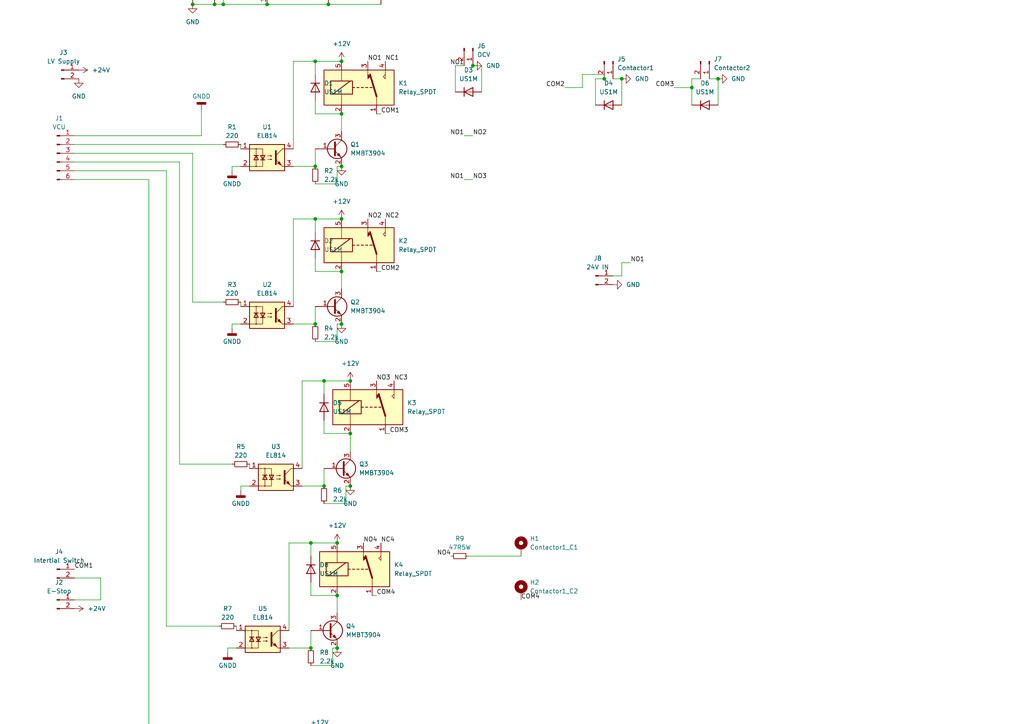
<source format=kicad_sch>
(kicad_sch (version 20230121) (generator eeschema)
  (paper "A4")
  (lib_symbols
    (symbol "Connector:Conn_01x02_Pin" (pin_names (offset 1.016) hide)
      (property "Reference" "J" (at 0 2.54 0))
      (property "Value" "Conn_01x02_Pin" (at 0 -5.08 0))
      (symbol "Conn_01x02_Pin_1_1"
        (polyline (pts (xy 1.27 -2.54) (xy 0.8636 -2.54)) (stroke (width 0.1524)))
        (polyline (pts (xy 1.27 0) (xy 0.8636 0)) (stroke (width 0.1524)))
        (rectangle (start 0.8636 -2.413) (end 0 -2.667) (stroke (width 0.1524)) (fill (type outline)))
        (rectangle (start 0.8636 0.127) (end 0 -0.127) (stroke (width 0.1524)) (fill (type outline)))
        (pin passive line (at 5.08 0 180) (length 3.81) (name "Pin_1") (number "1"))
        (pin passive line (at 5.08 -2.54 180) (length 3.81) (name "Pin_2") (number "2"))
      )
    )
    (symbol "Connector:Conn_01x06_Pin" (pin_names (offset 1.016) hide)
      (property "Reference" "J" (at 0 7.62 0))
      (property "Value" "Conn_01x06_Pin" (at 0 -10.16 0))
      (symbol "Conn_01x06_Pin_1_1"
        (polyline (pts (xy 1.27 -7.62) (xy 0.8636 -7.62)) (stroke (width 0.1524)))
        (polyline (pts (xy 1.27 -5.08) (xy 0.8636 -5.08)) (stroke (width 0.1524)))
        (polyline (pts (xy 1.27 -2.54) (xy 0.8636 -2.54)) (stroke (width 0.1524)))
        (polyline (pts (xy 1.27 0) (xy 0.8636 0)) (stroke (width 0.1524)))
        (polyline (pts (xy 1.27 2.54) (xy 0.8636 2.54)) (stroke (width 0.1524)))
        (polyline (pts (xy 1.27 5.08) (xy 0.8636 5.08)) (stroke (width 0.1524)))
        (rectangle (start 0.8636 -7.493) (end 0 -7.747) (stroke (width 0.1524)) (fill (type outline)))
        (rectangle (start 0.8636 -4.953) (end 0 -5.207) (stroke (width 0.1524)) (fill (type outline)))
        (rectangle (start 0.8636 -2.413) (end 0 -2.667) (stroke (width 0.1524)) (fill (type outline)))
        (rectangle (start 0.8636 0.127) (end 0 -0.127) (stroke (width 0.1524)) (fill (type outline)))
        (rectangle (start 0.8636 2.667) (end 0 2.413) (stroke (width 0.1524)) (fill (type outline)))
        (rectangle (start 0.8636 5.207) (end 0 4.953) (stroke (width 0.1524)) (fill (type outline)))
        (pin passive line (at 5.08 5.08 180) (length 3.81) (name "Pin_1") (number "1"))
        (pin passive line (at 5.08 2.54 180) (length 3.81) (name "Pin_2") (number "2"))
        (pin passive line (at 5.08 0 180) (length 3.81) (name "Pin_3") (number "3"))
        (pin passive line (at 5.08 -2.54 180) (length 3.81) (name "Pin_4") (number "4"))
        (pin passive line (at 5.08 -5.08 180) (length 3.81) (name "Pin_5") (number "5"))
        (pin passive line (at 5.08 -7.62 180) (length 3.81) (name "Pin_6") (number "6"))
      )
    )
    (symbol "Device:C" (pin_numbers hide) (pin_names (offset 0.254))
      (property "Reference" "C" (at 0.635 2.54 0))
      (property "Value" "C" (at 0.635 -2.54 0))
      (symbol "C_0_1"
        (polyline (pts (xy -2.032 -0.762) (xy 2.032 -0.762)) (stroke (width 0.508)))
        (polyline (pts (xy -2.032 0.762) (xy 2.032 0.762)) (stroke (width 0.508)))
      )
      (symbol "C_1_1"
        (pin passive line (at 0 3.81 270) (length 2.794) (name "~") (number "1"))
        (pin passive line (at 0 -3.81 90) (length 2.794) (name "~") (number "2"))
      )
    )
    (symbol "Device:C_Polarized" (pin_numbers hide) (pin_names (offset 0.254))
      (property "Reference" "C" (at 0.635 2.54 0))
      (property "Value" "C_Polarized" (at 0.635 -2.54 0))
      (symbol "C_Polarized_0_1"
        (rectangle (start -2.286 0.508) (end 2.286 1.016))
        (polyline (pts (xy -1.778 2.286) (xy -0.762 2.286)))
        (polyline (pts (xy -1.27 2.794) (xy -1.27 1.778)))
        (rectangle (start 2.286 -0.508) (end -2.286 -1.016) (fill (type outline)))
      )
      (symbol "C_Polarized_1_1"
        (pin passive line (at 0 3.81 270) (length 2.794) (name "~") (number "1"))
        (pin passive line (at 0 -3.81 90) (length 2.794) (name "~") (number "2"))
      )
    )
    (symbol "Device:D" (pin_numbers hide) (pin_names (offset 1.016) hide)
      (property "Reference" "D" (at 0 2.54 0))
      (property "Value" "D" (at 0 -2.54 0))
      (symbol "D_0_1"
        (polyline (pts (xy -1.27 1.27) (xy -1.27 -1.27)) (stroke (width 0.254)))
        (polyline (pts (xy 1.27 0) (xy -1.27 0)))
        (polyline (pts (xy 1.27 1.27) (xy 1.27 -1.27) (xy -1.27 0) (xy 1.27 1.27)) (stroke (width 0.254)))
      )
      (symbol "D_1_1"
        (pin passive line (at -3.81 0 0) (length 2.54) (name "K") (number "1"))
        (pin passive line (at 3.81 0 180) (length 2.54) (name "A") (number "2"))
      )
    )
    (symbol "Device:L" (pin_numbers hide) (pin_names (offset 1.016) hide)
      (property "Reference" "L" (at -1.27 0 90))
      (property "Value" "L" (at 1.905 0 90))
      (symbol "L_0_1"
        (arc (start 0 -2.54) (mid 0.6323 -1.905) (end 0 -1.27))
        (arc (start 0 -1.27) (mid 0.6323 -0.635) (end 0 0))
        (arc (start 0 0) (mid 0.6323 0.635) (end 0 1.27))
        (arc (start 0 1.27) (mid 0.6323 1.905) (end 0 2.54))
      )
      (symbol "L_1_1"
        (pin passive line (at 0 3.81 270) (length 1.27) (name "1") (number "1"))
        (pin passive line (at 0 -3.81 90) (length 1.27) (name "2") (number "2"))
      )
    )
    (symbol "Device:R_Small" (pin_numbers hide) (pin_names (offset 0.254) hide)
      (property "Reference" "R" (at 0.762 0.508 0))
      (property "Value" "R_Small" (at 0.762 -1.016 0))
      (symbol "R_Small_0_1"
        (rectangle (start -0.762 1.778) (end 0.762 -1.778) (stroke (width 0.2032)))
      )
      (symbol "R_Small_1_1"
        (pin passive line (at 0 2.54 270) (length 0.762) (name "~") (number "1"))
        (pin passive line (at 0 -2.54 90) (length 0.762) (name "~") (number "2"))
      )
    )
    (symbol "Isolator:EL814" (pin_names (offset 1.016))
      (property "Reference" "U" (at -5.334 4.826 0))
      (property "Value" "EL814" (at 0 5.08 0))
      (symbol "EL814_0_1"
        (rectangle (start -5.08 3.81) (end 5.08 -3.81) (stroke (width 0.254)) (fill (type background)))
        (circle (center -3.175 -2.54) (radius 0.127))
        (circle (center -3.175 2.54) (radius 0.127))
        (polyline (pts (xy -3.81 0.635) (xy -2.54 0.635)) (stroke (width 0.254)))
        (polyline (pts (xy -3.175 -0.635) (xy -3.175 -2.54)))
        (polyline (pts (xy -3.175 0.635) (xy -3.175 -0.635)))
        (polyline (pts (xy -3.175 0.635) (xy -3.175 2.54)))
        (polyline (pts (xy -1.905 -0.635) (xy -0.635 -0.635)) (stroke (width 0.254)))
        (polyline (pts (xy -1.27 0.635) (xy -1.27 -0.635)))
        (polyline (pts (xy 2.54 0.635) (xy 4.445 2.54)))
        (polyline (pts (xy 4.445 -2.54) (xy 2.54 -0.635)) (fill (type outline)))
        (polyline (pts (xy 4.445 -2.54) (xy 5.08 -2.54)))
        (polyline (pts (xy 4.445 2.54) (xy 5.08 2.54)))
        (polyline (pts (xy -5.08 2.54) (xy -1.27 2.54) (xy -1.27 0.635)))
        (polyline (pts (xy -1.27 -0.635) (xy -1.27 -2.54) (xy -5.08 -2.54)))
        (polyline (pts (xy 2.54 1.905) (xy 2.54 -1.905) (xy 2.54 -1.905)) (stroke (width 0.508)))
        (polyline (pts (xy -3.175 0.635) (xy -3.81 -0.635) (xy -2.54 -0.635) (xy -3.175 0.635)) (stroke (width 0.254)))
        (polyline (pts (xy -1.27 -0.635) (xy -1.905 0.635) (xy -0.635 0.635) (xy -1.27 -0.635)) (stroke (width 0.254)))
        (polyline (pts (xy 0.127 -0.508) (xy 1.397 -0.508) (xy 1.016 -0.635) (xy 1.016 -0.381) (xy 1.397 -0.508)))
        (polyline (pts (xy 0.127 0.508) (xy 1.397 0.508) (xy 1.016 0.381) (xy 1.016 0.635) (xy 1.397 0.508)))
        (polyline (pts (xy 3.048 -1.651) (xy 3.556 -1.143) (xy 4.064 -2.159) (xy 3.048 -1.651) (xy 3.048 -1.651)) (fill (type outline)))
      )
      (symbol "EL814_1_1"
        (pin passive line (at -7.62 2.54 0) (length 2.54) (name "~") (number "1"))
        (pin passive line (at -7.62 -2.54 0) (length 2.54) (name "~") (number "2"))
        (pin passive line (at 7.62 -2.54 180) (length 2.54) (name "~") (number "3"))
        (pin passive line (at 7.62 2.54 180) (length 2.54) (name "~") (number "4"))
      )
    )
    (symbol "Mechanical:MountingHole_Pad" (pin_numbers hide) (pin_names (offset 1.016) hide)
      (property "Reference" "H" (at 0 6.35 0))
      (property "Value" "MountingHole_Pad" (at 0 4.445 0))
      (symbol "MountingHole_Pad_0_1"
        (circle (center 0 1.27) (radius 1.27) (stroke (width 1.27)))
      )
      (symbol "MountingHole_Pad_1_1"
        (pin input line (at 0 -2.54 90) (length 2.54) (name "1") (number "1"))
      )
    )
    (symbol "Regulator_Switching:LM2576HVS-12" (pin_names (offset 0.254))
      (property "Reference" "U" (at -10.16 6.35 0))
      (property "Value" "LM2576HVS-12" (at 0 6.35 0))
      (symbol "LM2576HVS-12_0_1"
        (rectangle (start -10.16 5.08) (end 10.16 -5.08) (stroke (width 0.254)) (fill (type background)))
      )
      (symbol "LM2576HVS-12_1_1"
        (pin power_in line (at -12.7 2.54 0) (length 2.54) (name "VIN") (number "1"))
        (pin output line (at 12.7 -2.54 180) (length 2.54) (name "OUT") (number "2"))
        (pin power_in line (at 0 -7.62 90) (length 2.54) (name "GND") (number "3"))
        (pin input line (at 12.7 2.54 180) (length 2.54) (name "FB") (number "4"))
        (pin input line (at -12.7 -2.54 0) (length 2.54) (name "~{ON}/OFF") (number "5"))
      )
    )
    (symbol "Relay:Relay_SPDT"
      (property "Reference" "K1" (at 11.43 1.27 0))
      (property "Value" "Relay_SPDT" (at 11.43 -1.27 0))
      (symbol "Relay_SPDT_0_0"
        (polyline (pts (xy 7.62 5.08) (xy 7.62 2.54) (xy 6.985 3.175) (xy 7.62 3.81)))
      )
      (symbol "Relay_SPDT_0_1"
        (rectangle (start -10.16 5.08) (end 10.16 -5.08) (stroke (width 0.254)) (fill (type background)))
        (rectangle (start -8.255 1.905) (end -1.905 -1.905) (stroke (width 0.254)))
        (polyline (pts (xy -7.62 -1.905) (xy -2.54 1.905)) (stroke (width 0.254)))
        (polyline (pts (xy -5.08 -5.08) (xy -5.08 -1.905)))
        (polyline (pts (xy -5.08 5.08) (xy -5.08 1.905)))
        (polyline (pts (xy -1.905 0) (xy -1.27 0)) (stroke (width 0.254)))
        (polyline (pts (xy -0.635 0) (xy 0 0)) (stroke (width 0.254)))
        (polyline (pts (xy 0.635 0) (xy 1.27 0)) (stroke (width 0.254)))
        (polyline (pts (xy 1.905 0) (xy 2.54 0)) (stroke (width 0.254)))
        (polyline (pts (xy 3.175 0) (xy 3.81 0)) (stroke (width 0.254)))
        (polyline (pts (xy 5.08 -2.54) (xy 3.175 3.81)) (stroke (width 0.508)))
        (polyline (pts (xy 5.08 -2.54) (xy 5.08 -5.08)))
        (polyline (pts (xy 2.54 5.08) (xy 2.54 2.54) (xy 3.175 3.175) (xy 2.54 3.81)) (fill (type outline)))
      )
      (symbol "Relay_SPDT_1_1"
        (pin passive line (at 5.08 -7.62 90) (length 2.54) (name "~") (number "1"))
        (pin passive line (at -5.08 -7.62 90) (length 2.54) (name "~") (number "2"))
        (pin passive line (at 2.54 7.62 270) (length 2.54) (name "~") (number "3"))
        (pin passive line (at 7.62 7.62 270) (length 2.54) (name "~") (number "4"))
        (pin passive line (at -5.08 7.62 270) (length 2.54) (name "~") (number "5"))
      )
    )
    (symbol "Transistor_BJT:MMBT3904" (pin_names (offset 0) hide)
      (property "Reference" "Q" (at 5.08 1.905 0))
      (property "Value" "MMBT3904" (at 5.08 0 0))
      (symbol "MMBT3904_0_1"
        (polyline (pts (xy 0.635 0.635) (xy 2.54 2.54)))
        (polyline (pts (xy 0.635 -0.635) (xy 2.54 -2.54) (xy 2.54 -2.54)))
        (polyline (pts (xy 0.635 1.905) (xy 0.635 -1.905) (xy 0.635 -1.905)) (stroke (width 0.508)))
        (polyline (pts (xy 1.27 -1.778) (xy 1.778 -1.27) (xy 2.286 -2.286) (xy 1.27 -1.778) (xy 1.27 -1.778)) (fill (type outline)))
        (circle (center 1.27 0) (radius 2.8194) (stroke (width 0.254)))
      )
      (symbol "MMBT3904_1_1"
        (pin input line (at -5.08 0 0) (length 5.715) (name "B") (number "1"))
        (pin passive line (at 2.54 -5.08 90) (length 2.54) (name "E") (number "2"))
        (pin passive line (at 2.54 5.08 270) (length 2.54) (name "C") (number "3"))
      )
    )
    (symbol "power:+12V" (power) (pin_names (offset 0))
      (property "Value" "+12V" (at 0 3.556 0))
      (symbol "+12V_0_1"
        (polyline (pts (xy -0.762 1.27) (xy 0 2.54)))
        (polyline (pts (xy 0 0) (xy 0 2.54)))
        (polyline (pts (xy 0 2.54) (xy 0.762 1.27)))
      )
      (symbol "+12V_1_1"
        (pin power_in line (at 0 0 90) (length 0) hide (name "+12V") (number "1"))
      )
    )
    (symbol "power:+24V" (power) (pin_names (offset 0))
      (property "Value" "+24V" (at 0 3.556 0))
      (symbol "+24V_0_1"
        (polyline (pts (xy -0.762 1.27) (xy 0 2.54)))
        (polyline (pts (xy 0 0) (xy 0 2.54)))
        (polyline (pts (xy 0 2.54) (xy 0.762 1.27)))
      )
      (symbol "+24V_1_1"
        (pin power_in line (at 0 0 90) (length 0) hide (name "+24V") (number "1"))
      )
    )
    (symbol "power:GND" (power) (pin_names (offset 0))
      (property "Value" "GND" (at 0 -3.81 0))
      (symbol "GND_0_1"
        (polyline (pts (xy 0 0) (xy 0 -1.27) (xy 1.27 -1.27) (xy 0 -2.54) (xy -1.27 -1.27) (xy 0 -1.27)))
      )
      (symbol "GND_1_1"
        (pin power_in line (at 0 0 270) (length 0) hide (name "GND") (number "1"))
      )
    )
    (symbol "power:GNDD" (power) (pin_names (offset 0))
      (property "Value" "GNDD" (at 0 -3.175 0))
      (symbol "GNDD_0_1"
        (rectangle (start -1.27 -1.524) (end 1.27 -2.032) (stroke (width 0.254)) (fill (type outline)))
        (polyline (pts (xy 0 0) (xy 0 -1.524)))
      )
      (symbol "GNDD_1_1"
        (pin power_in line (at 0 0 270) (length 0) hide (name "GNDD") (number "1"))
      )
    )
  )
  (junction (at 95.25 1.27))
  (junction (at 91.44 17.78))
  (junction (at 101.6 125.73))
  (junction (at 85.09 245.11))
  (junction (at 101.6 110.49))
  (junction (at 97.79 187.96))
  (junction (at 90.17 157.48))
  (junction (at 92.71 214.63))
  (junction (at 93.98 140.97))
  (junction (at 91.44 93.98))
  (junction (at 57.15 -6.35))
  (junction (at 90.17 187.96))
  (junction (at 200.66 25.4))
  (junction (at 101.6 140.97))
  (junction (at 91.44 63.5))
  (junction (at 110.49 -6.35))
  (junction (at 77.47 1.27))
  (junction (at 99.06 63.5))
  (junction (at 99.06 93.98))
  (junction (at 62.23 1.27))
  (junction (at 97.79 157.48))
  (junction (at 64.77 1.27))
  (junction (at 62.23 -6.35))
  (junction (at 208.28 22.86))
  (junction (at 95.25 -6.35))
  (junction (at 91.44 48.26))
  (junction (at 137.16 19.05))
  (junction (at 175.26 22.86))
  (junction (at 97.79 172.72))
  (junction (at 110.49 -7.62))
  (junction (at 85.09 214.63))
  (junction (at 55.88 1.27))
  (junction (at 92.71 229.87))
  (junction (at 92.71 245.11))
  (junction (at 99.06 48.26))
  (junction (at 99.06 78.74))
  (junction (at 99.06 17.78))
  (junction (at 93.98 110.49))
  (junction (at 180.34 22.86))
  (junction (at 64.77 -8.89))
  (junction (at 99.06 33.02))
  (wire (pts (xy 52.07 46.99) (xy 21.59 46.99)))
  (wire (pts (xy 67.31 95.25) (xy 67.31 93.98)))
  (wire (pts (xy 85.09 245.11) (xy 78.74 245.11)))
  (wire (pts (xy 91.44 53.34) (xy 97.79 53.34)))
  (wire (pts (xy 175.26 21.59) (xy 175.26 22.86)))
  (wire (pts (xy 93.98 121.92) (xy 93.98 125.73)))
  (wire (pts (xy 91.44 74.93) (xy 91.44 78.74)))
  (wire (pts (xy 55.88 -6.35) (xy 57.15 -6.35)))
  (wire (pts (xy 90.17 193.04) (xy 96.52 193.04)))
  (wire (pts (xy 85.09 229.87) (xy 92.71 229.87)))
  (wire (pts (xy 91.44 88.9) (xy 91.44 93.98)))
  (wire (pts (xy 62.23 -6.35) (xy 64.77 -6.35)))
  (wire (pts (xy 200.66 25.4) (xy 200.66 30.48)))
  (wire (pts (xy 67.31 93.98) (xy 69.85 93.98)))
  (wire (pts (xy 172.72 30.48) (xy 172.72 22.86)))
  (wire (pts (xy 52.07 134.62) (xy 67.31 134.62)))
  (wire (pts (xy 66.04 189.23) (xy 66.04 187.96)))
  (wire (pts (xy 66.04 187.96) (xy 68.58 187.96)))
  (wire (pts (xy 85.09 226.06) (xy 85.09 229.87)))
  (wire (pts (xy 132.08 26.67) (xy 132.08 19.05)))
  (wire (pts (xy 177.8 80.01) (xy 180.34 80.01)))
  (wire (pts (xy 78.74 214.63) (xy 85.09 214.63)))
  (wire (pts (xy 208.28 22.86) (xy 205.74 22.86)))
  (wire (pts (xy 52.07 134.62) (xy 52.07 46.99)))
  (wire (pts (xy 64.77 -8.89) (xy 66.04 -8.89)))
  (wire (pts (xy 200.66 22.86) (xy 200.66 25.4)))
  (wire (pts (xy 95.25 -6.35) (xy 102.87 -6.35)))
  (wire (pts (xy 55.88 87.63) (xy 64.77 87.63)))
  (wire (pts (xy 97.79 99.06) (xy 97.79 93.98)))
  (wire (pts (xy 48.26 181.61) (xy 48.26 49.53)))
  (wire (pts (xy 48.26 181.61) (xy 63.5 181.61)))
  (wire (pts (xy 43.18 238.76) (xy 43.18 52.07)))
  (wire (pts (xy 91.44 33.02) (xy 99.06 33.02)))
  (wire (pts (xy 139.7 19.05) (xy 137.16 19.05)))
  (wire (pts (xy 93.98 110.49) (xy 101.6 110.49)))
  (wire (pts (xy 63.5 238.76) (xy 63.5 240.03)))
  (wire (pts (xy 135.89 161.29) (xy 151.13 161.29)))
  (wire (pts (xy 100.33 146.05) (xy 100.33 140.97)))
  (wire (pts (xy 43.18 52.07) (xy 21.59 52.07)))
  (wire (pts (xy 180.34 76.2) (xy 180.34 80.01)))
  (wire (pts (xy 69.85 87.63) (xy 69.85 88.9)))
  (wire (pts (xy 57.15 -6.35) (xy 62.23 -6.35)))
  (wire (pts (xy 97.79 48.26) (xy 99.06 48.26)))
  (wire (pts (xy 67.31 48.26) (xy 69.85 48.26)))
  (wire (pts (xy 69.85 140.97) (xy 72.39 140.97)))
  (wire (pts (xy 69.85 41.91) (xy 69.85 43.18)))
  (wire (pts (xy 64.77 -6.35) (xy 64.77 -8.89)))
  (wire (pts (xy 200.66 22.86) (xy 203.2 22.86)))
  (wire (pts (xy 92.71 229.87) (xy 92.71 234.95)))
  (wire (pts (xy 96.52 193.04) (xy 96.52 187.96)))
  (wire (pts (xy 180.34 22.86) (xy 177.8 22.86)))
  (wire (pts (xy 77.47 1.27) (xy 95.25 1.27)))
  (wire (pts (xy 83.82 157.48) (xy 90.17 157.48)))
  (wire (pts (xy 180.34 76.2) (xy 182.88 76.2)))
  (wire (pts (xy 91.44 21.59) (xy 91.44 17.78)))
  (wire (pts (xy 29.21 167.64) (xy 21.59 167.64)))
  (wire (pts (xy 72.39 134.62) (xy 72.39 135.89)))
  (wire (pts (xy 91.44 48.26) (xy 85.09 48.26)))
  (wire (pts (xy 83.82 157.48) (xy 83.82 182.88)))
  (wire (pts (xy 91.44 245.11) (xy 92.71 245.11)))
  (wire (pts (xy 87.63 110.49) (xy 93.98 110.49)))
  (wire (pts (xy 60.96 245.11) (xy 63.5 245.11)))
  (wire (pts (xy 93.98 125.73) (xy 101.6 125.73)))
  (wire (pts (xy 55.88 44.45) (xy 55.88 87.63)))
  (wire (pts (xy 168.91 25.4) (xy 168.91 21.59)))
  (wire (pts (xy 163.83 25.4) (xy 168.91 25.4)))
  (wire (pts (xy 97.79 93.98) (xy 99.06 93.98)))
  (wire (pts (xy 91.44 67.31) (xy 91.44 63.5)))
  (wire (pts (xy 90.17 172.72) (xy 97.79 172.72)))
  (wire (pts (xy 99.06 78.74) (xy 99.06 83.82)))
  (wire (pts (xy 85.09 240.03) (xy 85.09 245.11)))
  (wire (pts (xy 100.33 140.97) (xy 101.6 140.97)))
  (wire (pts (xy 90.17 182.88) (xy 90.17 187.96)))
  (wire (pts (xy 91.44 43.18) (xy 91.44 48.26)))
  (wire (pts (xy 97.79 53.34) (xy 97.79 48.26)))
  (wire (pts (xy 64.77 1.27) (xy 62.23 1.27)))
  (wire (pts (xy 60.96 246.38) (xy 60.96 245.11)))
  (wire (pts (xy 77.47 1.27) (xy 64.77 1.27)))
  (wire (pts (xy 109.22 33.02) (xy 110.49 33.02)))
  (wire (pts (xy 91.44 63.5) (xy 99.06 63.5)))
  (wire (pts (xy 29.21 167.64) (xy 29.21 173.99)))
  (wire (pts (xy 97.79 172.72) (xy 97.79 177.8)))
  (wire (pts (xy 168.91 21.59) (xy 175.26 21.59)))
  (wire (pts (xy 87.63 110.49) (xy 87.63 135.89)))
  (wire (pts (xy 93.98 140.97) (xy 87.63 140.97)))
  (wire (pts (xy 139.7 26.67) (xy 139.7 19.05)))
  (wire (pts (xy 107.95 172.72) (xy 109.22 172.72)))
  (wire (pts (xy 58.42 31.75) (xy 58.42 39.37)))
  (wire (pts (xy 43.18 238.76) (xy 58.42 238.76)))
  (wire (pts (xy 85.09 218.44) (xy 85.09 214.63)))
  (wire (pts (xy 208.28 30.48) (xy 208.28 22.86)))
  (wire (pts (xy 91.44 29.21) (xy 91.44 33.02)))
  (wire (pts (xy 172.72 22.86) (xy 175.26 22.86)))
  (wire (pts (xy 85.09 250.19) (xy 91.44 250.19)))
  (wire (pts (xy 109.22 78.74) (xy 110.49 78.74)))
  (wire (pts (xy 67.31 49.53) (xy 67.31 48.26)))
  (wire (pts (xy 85.09 17.78) (xy 91.44 17.78)))
  (wire (pts (xy 195.58 25.4) (xy 200.66 25.4)))
  (wire (pts (xy 55.88 1.27) (xy 62.23 1.27)))
  (wire (pts (xy 102.87 229.87) (xy 104.14 229.87)))
  (wire (pts (xy 69.85 142.24) (xy 69.85 140.97)))
  (wire (pts (xy 110.49 -7.62) (xy 110.49 -6.35)))
  (wire (pts (xy 134.62 39.37) (xy 137.16 39.37)))
  (wire (pts (xy 91.44 250.19) (xy 91.44 245.11)))
  (wire (pts (xy 90.17 -6.35) (xy 90.17 -3.81)))
  (wire (pts (xy 85.09 63.5) (xy 85.09 88.9)))
  (wire (pts (xy 93.98 146.05) (xy 100.33 146.05)))
  (wire (pts (xy 101.6 125.73) (xy 101.6 130.81)))
  (wire (pts (xy 110.49 -8.89) (xy 110.49 -7.62)))
  (wire (pts (xy 58.42 39.37) (xy 21.59 39.37)))
  (wire (pts (xy 90.17 161.29) (xy 90.17 157.48)))
  (wire (pts (xy 29.21 173.99) (xy 21.59 173.99)))
  (wire (pts (xy 95.25 -6.35) (xy 90.17 -6.35)))
  (wire (pts (xy 48.26 49.53) (xy 21.59 49.53)))
  (wire (pts (xy 78.74 214.63) (xy 78.74 240.03)))
  (wire (pts (xy 64.77 -3.81) (xy 64.77 1.27)))
  (wire (pts (xy 90.17 157.48) (xy 97.79 157.48)))
  (wire (pts (xy 90.17 -8.89) (xy 110.49 -8.89)))
  (wire (pts (xy 132.08 19.05) (xy 134.62 19.05)))
  (wire (pts (xy 130.81 218.44) (xy 146.05 218.44)))
  (wire (pts (xy 68.58 181.61) (xy 68.58 182.88)))
  (wire (pts (xy 93.98 135.89) (xy 93.98 140.97)))
  (wire (pts (xy 21.59 44.45) (xy 55.88 44.45)))
  (wire (pts (xy 90.17 187.96) (xy 83.82 187.96)))
  (wire (pts (xy 91.44 93.98) (xy 85.09 93.98)))
  (wire (pts (xy 91.44 17.78) (xy 99.06 17.78)))
  (wire (pts (xy 96.52 187.96) (xy 97.79 187.96)))
  (wire (pts (xy 91.44 99.06) (xy 97.79 99.06)))
  (wire (pts (xy 95.25 1.27) (xy 110.49 1.27)))
  (wire (pts (xy 90.17 168.91) (xy 90.17 172.72)))
  (wire (pts (xy 180.34 30.48) (xy 180.34 22.86)))
  (wire (pts (xy 85.09 214.63) (xy 92.71 214.63)))
  (wire (pts (xy 85.09 63.5) (xy 91.44 63.5)))
  (wire (pts (xy 21.59 41.91) (xy 64.77 41.91)))
  (wire (pts (xy 111.76 125.73) (xy 113.03 125.73)))
  (wire (pts (xy 93.98 114.3) (xy 93.98 110.49)))
  (wire (pts (xy 134.62 52.07) (xy 137.16 52.07)))
  (wire (pts (xy 99.06 33.02) (xy 99.06 38.1)))
  (wire (pts (xy 85.09 17.78) (xy 85.09 43.18)))
  (wire (pts (xy 91.44 78.74) (xy 99.06 78.74)))
  (label "NO1" (at 106.68 17.78 0))
  (label "NO3" (at 137.16 52.07 0))
  (label "NC1" (at 111.76 17.78 0))
  (label "NO1" (at 134.62 52.07 180))
  (label "NO1" (at 182.88 76.2 0))
  (label "NO1" (at 134.62 19.05 180))
  (label "COM4" (at 151.13 173.99 0))
  (label "NO3" (at 109.22 110.49 0))
  (label "NO1" (at 134.62 39.37 180))
  (label "COM2" (at 110.49 78.74 0))
  (label "NO2" (at 137.16 39.37 0))
  (label "COM1" (at 110.49 33.02 0))
  (label "COM5" (at 104.14 229.87 0))
  (label "COM4" (at 109.22 172.72 0))
  (label "NO2" (at 106.68 63.5 0))
  (label "NO5" (at 125.73 218.44 180))
  (label "NC4" (at 110.49 157.48 0))
  (label "NO5" (at 100.33 214.63 0))
  (label "COM3" (at 195.58 25.4 180))
  (label "NO4" (at 130.81 161.29 180))
  (label "COM1" (at 21.59 165.1 0))
  (label "COM3" (at 113.03 125.73 0))
  (label "NO4" (at 105.41 157.48 0))
  (label "NC3" (at 114.3 110.49 0))
  (label "COM2" (at 163.83 25.4 180))
  (label "NC2" (at 111.76 63.5 0))
  (label "NC5" (at 105.41 214.63 0))
  (label "COM5" (at 146.05 231.14 0))
  (symbol (lib_id "Device:D") (at 85.09 222.25 270) (unit 1)
    (property "Reference" "D9" (at 87.63 220.98 90) (effects (justify left)))
    (property "Value" "US1M" (at 87.63 223.52 90) (effects (justify left)))
    (property "Footprint" "Diode_SMD:D_SMA-SMB_Universal_Handsoldering" (effects hide))
    (property "Sim.Device" "D" (effects hide))
    (property "Sim.Pins" "1=K 2=A" (effects hide))
  )
  (symbol (lib_id "Device:R_Small") (at 66.04 181.61 90) (unit 1)
    (property "Reference" "R7" (at 66.04 176.53 90))
    (property "Value" "220" (at 66.04 179.07 90))
    (property "Footprint" "Resistor_SMD:R_0805_2012Metric_Pad1.20x1.40mm_HandSolder" (effects hide))
  )
  (symbol (lib_id "power:+12V") (at 101.6 110.49 0) (unit 1)
    (property "Reference" "#PWR016" (effects hide))
    (property "Value" "+12V" (at 101.6 105.41 0))
  )
  (symbol (lib_id "power:GND") (at 92.71 245.11 0) (unit 1)
    (property "Reference" "#PWR025" (effects hide))
    (property "Value" "GND" (at 92.71 250.19 0))
  )
  (symbol (lib_id "power:GNDD") (at 58.42 31.75 180) (unit 1)
    (property "Reference" "#PWR01" (effects hide))
    (property "Value" "GNDD" (at 58.42 27.94 0))
  )
  (symbol (lib_id "power:GNDD") (at 60.96 246.38 0) (unit 1)
    (property "Reference" "#PWR023" (effects hide))
    (property "Value" "GNDD" (at 60.96 250.19 0))
  )
  (symbol (lib_id "power:GND") (at 137.16 19.05 90) (unit 1)
    (property "Reference" "#PWR010" (effects hide))
    (property "Value" "GND" (at 140.97 19.05 90) (effects (justify right)))
  )
  (symbol (lib_id "Transistor_BJT:MMBT3904") (at 96.52 43.18 0) (unit 1)
    (property "Reference" "Q1" (at 101.6 41.91 0) (effects (justify left)))
    (property "Value" "MMBT3904" (at 101.6 44.45 0) (effects (justify left)))
    (property "Footprint" "Package_TO_SOT_SMD:SOT-23_Handsoldering" (effects hide))
    (property "Datasheet" "https://www.onsemi.com/pdf/datasheet/pzt3904-d.pdf" (effects hide))
  )
  (symbol (lib_id "Device:R_Small") (at 67.31 41.91 90) (unit 1)
    (property "Reference" "R1" (at 67.31 36.83 90))
    (property "Value" "220" (at 67.31 39.37 90))
    (property "Footprint" "Resistor_SMD:R_0805_2012Metric_Pad1.20x1.40mm_HandSolder" (effects hide))
  )
  (symbol (lib_id "Device:R_Small") (at 90.17 190.5 180) (unit 1)
    (property "Reference" "R8" (at 92.71 189.23 0) (effects (justify right)))
    (property "Value" "2.2k" (at 92.71 191.77 0) (effects (justify right)))
    (property "Footprint" "Resistor_SMD:R_0805_2012Metric_Pad1.20x1.40mm_HandSolder" (effects hide))
  )
  (symbol (lib_id "power:+12V") (at 99.06 17.78 0) (unit 1)
    (property "Reference" "#PWR05" (effects hide))
    (property "Value" "+12V" (at 99.06 12.7 0))
  )
  (symbol (lib_id "power:GND") (at 99.06 48.26 0) (unit 1)
    (property "Reference" "#PWR06" (effects hide))
    (property "Value" "GND" (at 99.06 53.34 0))
  )
  (symbol (lib_id "Regulator_Switching:LM2576HVS-12") (at 77.47 -6.35 0) (unit 1)
    (property "Reference" "U4" (at 77.47 -16.51 0))
    (property "Value" "LM2576HVS-12" (at 77.47 -13.97 0))
    (property "Footprint" "Package_TO_SOT_SMD:TO-263-5_TabPin3" (effects hide))
    (property "Datasheet" "http://www.ti.com/lit/ds/symlink/lm2576.pdf" (effects hide))
  )
  (symbol (lib_id "Transistor_BJT:MMBT3904") (at 99.06 135.89 0) (unit 1)
    (property "Reference" "Q3" (at 104.14 134.62 0) (effects (justify left)))
    (property "Value" "MMBT3904" (at 104.14 137.16 0) (effects (justify left)))
    (property "Footprint" "Package_TO_SOT_SMD:SOT-23_Handsoldering" (effects hide))
    (property "Datasheet" "https://www.onsemi.com/pdf/datasheet/pzt3904-d.pdf" (effects hide))
  )
  (symbol (lib_id "Connector:Conn_01x06_Pin") (at 16.51 44.45 0) (unit 1)
    (property "Reference" "J1" (at 17.145 34.29 0))
    (property "Value" "VCU" (at 17.145 36.83 0))
    (property "Footprint" "Connector_JST:JST_XH_B6B-XH-A_1x06_P2.50mm_Vertical" (effects hide))
  )
  (symbol (lib_id "Connector:Conn_01x02_Pin") (at 16.51 165.1 0) (unit 1)
    (property "Reference" "J4" (at 17.145 160.02 0))
    (property "Value" "Intertial Switch" (at 17.145 162.56 0))
    (property "Footprint" "Connector_Phoenix_MC_HighVoltage:PhoenixContact_MCV_1,5_2-G-5.08_1x02_P5.08mm_Vertical" (effects hide))
  )
  (symbol (lib_id "power:GND") (at 208.28 22.86 90) (unit 1)
    (property "Reference" "#PWR019" (effects hide))
    (property "Value" "GND" (at 212.09 22.86 90) (effects (justify right)))
  )
  (symbol (lib_id "Device:D") (at 93.98 118.11 270) (unit 1)
    (property "Reference" "D5" (at 96.52 116.84 90) (effects (justify left)))
    (property "Value" "US1M" (at 96.52 119.38 90) (effects (justify left)))
    (property "Footprint" "Diode_SMD:D_SMA-SMB_Universal_Handsoldering" (effects hide))
    (property "Sim.Device" "D" (effects hide))
    (property "Sim.Pins" "1=K 2=A" (effects hide))
  )
  (symbol (lib_id "Mechanical:MountingHole_Pad") (at 146.05 215.9 0) (unit 1)
    (property "Reference" "H3" (at 148.59 213.36 0) (effects (justify left)))
    (property "Value" "Contactor2_C1" (at 148.59 215.9 0) (effects (justify left)))
    (property "Footprint" "MountingHole:MountingHole_6.4mm_M6_DIN965_Pad" (effects hide))
  )
  (symbol (lib_id "power:GND") (at 177.8 82.55 90) (unit 1)
    (property "Reference" "#PWR026" (effects hide))
    (property "Value" "GND" (at 181.61 82.55 90) (effects (justify right)))
  )
  (symbol (lib_id "Connector:Conn_01x02_Pin") (at 177.8 17.78 270) (unit 1)
    (property "Reference" "J5" (at 179.07 17.145 90) (effects (justify left)))
    (property "Value" "Contactor1" (at 179.07 19.685 90) (effects (justify left)))
    (property "Footprint" "Connector_PinHeader_2.54mm:PinHeader_1x02_P2.54mm_Vertical" (effects hide))
  )
  (symbol (lib_id "power:+12V") (at 99.06 63.5 0) (unit 1)
    (property "Reference" "#PWR011" (effects hide))
    (property "Value" "+12V" (at 99.06 58.42 0))
  )
  (symbol (lib_id "Device:R_Small") (at 128.27 218.44 90) (unit 1)
    (property "Reference" "R12" (at 128.27 213.36 90))
    (property "Value" "47R5W" (at 128.27 215.9 90))
    (property "Footprint" "Resistor_THT:R_Axial_DIN0617_L17.0mm_D6.0mm_P7.62mm_Vertical" (effects hide))
  )
  (symbol (lib_id "Device:R_Small") (at 91.44 96.52 180) (unit 1)
    (property "Reference" "R4" (at 93.98 95.25 0) (effects (justify right)))
    (property "Value" "2.2k" (at 93.98 97.79 0) (effects (justify right)))
    (property "Footprint" "Resistor_SMD:R_0805_2012Metric_Pad1.20x1.40mm_HandSolder" (effects hide))
  )
  (symbol (lib_id "Transistor_BJT:MMBT3904") (at 96.52 88.9 0) (unit 1)
    (property "Reference" "Q2" (at 101.6 87.63 0) (effects (justify left)))
    (property "Value" "MMBT3904" (at 101.6 90.17 0) (effects (justify left)))
    (property "Footprint" "Package_TO_SOT_SMD:SOT-23_Handsoldering" (effects hide))
    (property "Datasheet" "https://www.onsemi.com/pdf/datasheet/pzt3904-d.pdf" (effects hide))
  )
  (symbol (lib_id "Relay:Relay_SPDT") (at 97.79 222.25 0) (unit 1)
    (property "Reference" "K5" (at 109.22 220.98 0) (effects (justify left)))
    (property "Value" "Relay_SPDT" (at 109.22 223.52 0) (effects (justify left)))
    (property "Footprint" "Relay_THT:Relay_SPDT_Omron-G5LE-1" (effects hide))
  )
  (symbol (lib_id "power:+12V") (at 97.79 157.48 0) (unit 1)
    (property "Reference" "#PWR021" (effects hide))
    (property "Value" "+12V" (at 97.79 152.4 0))
  )
  (symbol (lib_id "power:GNDD") (at 66.04 189.23 0) (unit 1)
    (property "Reference" "#PWR020" (effects hide))
    (property "Value" "GNDD" (at 66.04 193.04 0))
  )
  (symbol (lib_id "Device:R_Small") (at 93.98 143.51 180) (unit 1)
    (property "Reference" "R6" (at 96.52 142.24 0) (effects (justify right)))
    (property "Value" "2.2k" (at 96.52 144.78 0) (effects (justify right)))
    (property "Footprint" "Resistor_SMD:R_0805_2012Metric_Pad1.20x1.40mm_HandSolder" (effects hide))
  )
  (symbol (lib_id "Isolator:EL814") (at 71.12 242.57 0) (unit 1)
    (property "Reference" "U6" (at 71.12 233.68 0))
    (property "Value" "EL814" (at 71.12 236.22 0))
    (property "Footprint" "Package_DIP:SMDIP-4_W9.53mm" (effects hide))
    (property "Datasheet" "http://www.everlight.com/file/ProductFile/EL814.pdf" (effects hide))
  )
  (symbol (lib_id "power:GND") (at 101.6 140.97 0) (unit 1)
    (property "Reference" "#PWR017" (effects hide))
    (property "Value" "GND" (at 101.6 146.05 0))
  )
  (symbol (lib_id "Connector:Conn_01x02_Pin") (at 16.51 173.99 0) (unit 1)
    (property "Reference" "J2" (at 17.145 168.91 0))
    (property "Value" "E-Stop" (at 17.145 171.45 0))
    (property "Footprint" "Connector_Phoenix_MC_HighVoltage:PhoenixContact_MCV_1,5_2-G-5.08_1x02_P5.08mm_Vertical" (effects hide))
  )
  (symbol (lib_id "power:+12V") (at 110.49 -7.62 270) (unit 1)
    (property "Reference" "#PWR015" (effects hide))
    (property "Value" "+12V" (at 114.3 -7.62 90) (effects (justify left)))
  )
  (symbol (lib_id "power:+24V") (at 21.59 176.53 270) (unit 1)
    (property "Reference" "#PWR07" (effects hide))
    (property "Value" "+24V" (at 25.4 176.53 90) (effects (justify left)))
  )
  (symbol (lib_id "power:+24V") (at 57.15 -6.35 0) (unit 1)
    (property "Reference" "#PWR08" (effects hide))
    (property "Value" "+24V" (at 57.15 -10.16 0))
  )
  (symbol (lib_id "Device:L") (at 106.68 -6.35 90) (unit 1)
    (property "Reference" "L1" (at 106.68 -11.43 90))
    (property "Value" "CDRH127 100u" (at 106.68 -8.89 90))
    (property "Footprint" "Inductor_SMD:L_12x12mm_H8mm" (effects hide))
  )
  (symbol (lib_id "Device:D") (at 90.17 165.1 270) (unit 1)
    (property "Reference" "D8" (at 92.71 163.83 90) (effects (justify left)))
    (property "Value" "US1M" (at 92.71 166.37 90) (effects (justify left)))
    (property "Footprint" "Diode_SMD:D_SMA-SMB_Universal_Handsoldering" (effects hide))
    (property "Sim.Device" "D" (effects hide))
    (property "Sim.Pins" "1=K 2=A" (effects hide))
  )
  (symbol (lib_id "power:+12V") (at 92.71 214.63 0) (unit 1)
    (property "Reference" "#PWR024" (effects hide))
    (property "Value" "+12V" (at 92.71 209.55 0))
  )
  (symbol (lib_id "Isolator:EL814") (at 80.01 138.43 0) (unit 1)
    (property "Reference" "U3" (at 80.01 129.54 0))
    (property "Value" "EL814" (at 80.01 132.08 0))
    (property "Footprint" "Package_DIP:SMDIP-4_W9.53mm" (effects hide))
    (property "Datasheet" "http://www.everlight.com/file/ProductFile/EL814.pdf" (effects hide))
  )
  (symbol (lib_id "Device:R_Small") (at 60.96 238.76 90) (unit 1)
    (property "Reference" "R10" (at 60.96 233.68 90))
    (property "Value" "220" (at 60.96 236.22 90))
    (property "Footprint" "Resistor_SMD:R_0805_2012Metric_Pad1.20x1.40mm_HandSolder" (effects hide))
  )
  (symbol (lib_id "power:GND") (at 22.86 22.86 0) (unit 1)
    (property "Reference" "#PWR03" (effects hide))
    (property "Value" "GND" (at 22.86 27.94 0))
  )
  (symbol (lib_id "Connector:Conn_01x02_Pin") (at 172.72 80.01 0) (unit 1)
    (property "Reference" "J8" (at 173.355 74.93 0))
    (property "Value" "24V IN" (at 173.355 77.47 0))
    (property "Footprint" "Connector_PinHeader_2.54mm:PinHeader_1x02_P2.54mm_Vertical" (effects hide))
  )
  (symbol (lib_id "Device:D") (at 95.25 -2.54 270) (unit 1)
    (property "Reference" "D7" (at 97.79 -3.81 90) (effects (justify left)))
    (property "Value" "SS56" (at 97.79 -1.27 90) (effects (justify left)))
    (property "Footprint" "Diode_SMD:D_SMA-SMB_Universal_Handsoldering" (effects hide))
    (property "Sim.Device" "D" (effects hide))
    (property "Sim.Pins" "1=K 2=A" (effects hide))
  )
  (symbol (lib_id "Connector:Conn_01x02_Pin") (at 137.16 13.97 270) (unit 1)
    (property "Reference" "J6" (at 138.43 13.335 90) (effects (justify left)))
    (property "Value" "DCV" (at 138.43 15.875 90) (effects (justify left)))
    (property "Footprint" "Connector_Phoenix_MC_HighVoltage:PhoenixContact_MCV_1,5_2-G-5.08_1x02_P5.08mm_Vertical" (effects hide))
  )
  (symbol (lib_id "Relay:Relay_SPDT") (at 102.87 165.1 0) (unit 1)
    (property "Reference" "K4" (at 114.3 163.83 0) (effects (justify left)))
    (property "Value" "Relay_SPDT" (at 114.3 166.37 0) (effects (justify left)))
    (property "Footprint" "Relay_THT:Relay_SPDT_Omron-G5LE-1" (effects hide))
  )
  (symbol (lib_id "Device:R_Small") (at 91.44 50.8 180) (unit 1)
    (property "Reference" "R2" (at 93.98 49.53 0) (effects (justify right)))
    (property "Value" "2.2k" (at 93.98 52.07 0) (effects (justify right)))
    (property "Footprint" "Resistor_SMD:R_0805_2012Metric_Pad1.20x1.40mm_HandSolder" (effects hide))
  )
  (symbol (lib_id "Device:C") (at 55.88 -2.54 0) (unit 1)
    (property "Reference" "C1" (at 59.69 -3.81 0) (effects (justify left)))
    (property "Value" "1uF" (at 59.69 -1.27 0) (effects (justify left)))
    (property "Footprint" "Capacitor_SMD:C_1206_3216Metric_Pad1.33x1.80mm_HandSolder" (effects hide))
  )
  (symbol (lib_id "Device:D") (at 91.44 71.12 270) (unit 1)
    (property "Reference" "D2" (at 93.98 69.85 90) (effects (justify left)))
    (property "Value" "US1M" (at 93.98 72.39 90) (effects (justify left)))
    (property "Footprint" "Diode_SMD:D_SMA-SMB_Universal_Handsoldering" (effects hide))
    (property "Sim.Device" "D" (effects hide))
    (property "Sim.Pins" "1=K 2=A" (effects hide))
  )
  (symbol (lib_id "Isolator:EL814") (at 76.2 185.42 0) (unit 1)
    (property "Reference" "U5" (at 76.2 176.53 0))
    (property "Value" "EL814" (at 76.2 179.07 0))
    (property "Footprint" "Package_DIP:SMDIP-4_W9.53mm" (effects hide))
    (property "Datasheet" "http://www.everlight.com/file/ProductFile/EL814.pdf" (effects hide))
  )
  (symbol (lib_id "Relay:Relay_SPDT") (at 104.14 71.12 0) (unit 1)
    (property "Reference" "K2" (at 115.57 69.85 0) (effects (justify left)))
    (property "Value" "Relay_SPDT" (at 115.57 72.39 0) (effects (justify left)))
    (property "Footprint" "Relay_THT:Relay_SPDT_Omron-G5LE-1" (effects hide))
  )
  (symbol (lib_id "Mechanical:MountingHole_Pad") (at 151.13 158.75 0) (unit 1)
    (property "Reference" "H1" (at 153.67 156.21 0) (effects (justify left)))
    (property "Value" "Contactor1_C1" (at 153.67 158.75 0) (effects (justify left)))
    (property "Footprint" "MountingHole:MountingHole_6.4mm_M6_DIN965_Pad" (effects hide))
  )
  (symbol (lib_id "Device:R_Small") (at 67.31 87.63 90) (unit 1)
    (property "Reference" "R3" (at 67.31 82.55 90))
    (property "Value" "220" (at 67.31 85.09 90))
    (property "Footprint" "Resistor_SMD:R_0805_2012Metric_Pad1.20x1.40mm_HandSolder" (effects hide))
  )
  (symbol (lib_id "power:GNDD") (at 69.85 142.24 0) (unit 1)
    (property "Reference" "#PWR014" (effects hide))
    (property "Value" "GNDD" (at 69.85 146.05 0))
  )
  (symbol (lib_id "Device:D") (at 91.44 25.4 270) (unit 1)
    (property "Reference" "D1" (at 93.98 24.13 90) (effects (justify left)))
    (property "Value" "US1M" (at 93.98 26.67 90) (effects (justify left)))
    (property "Footprint" "Diode_SMD:D_SMA-SMB_Universal_Handsoldering" (effects hide))
    (property "Sim.Device" "D" (effects hide))
    (property "Sim.Pins" "1=K 2=A" (effects hide))
  )
  (symbol (lib_id "Device:D") (at 135.89 26.67 0) (unit 1)
    (property "Reference" "D3" (at 135.89 20.32 0))
    (property "Value" "US1M" (at 135.89 22.86 0))
    (property "Footprint" "Diode_SMD:D_SMA-SMB_Universal_Handsoldering" (effects hide))
    (property "Sim.Device" "D" (effects hide))
    (property "Sim.Pins" "1=K 2=A" (effects hide))
  )
  (symbol (lib_id "power:GNDD") (at 67.31 49.53 0) (unit 1)
    (property "Reference" "#PWR02" (effects hide))
    (property "Value" "GNDD" (at 67.31 53.34 0))
  )
  (symbol (lib_id "Transistor_BJT:MMBT3904") (at 95.25 182.88 0) (unit 1)
    (property "Reference" "Q4" (at 100.33 181.61 0) (effects (justify left)))
    (property "Value" "MMBT3904" (at 100.33 184.15 0) (effects (justify left)))
    (property "Footprint" "Package_TO_SOT_SMD:SOT-23_Handsoldering" (effects hide))
    (property "Datasheet" "https://www.onsemi.com/pdf/datasheet/pzt3904-d.pdf" (effects hide))
  )
  (symbol (lib_id "Transistor_BJT:MMBT3904") (at 90.17 240.03 0) (unit 1)
    (property "Reference" "Q5" (at 95.25 238.76 0) (effects (justify left)))
    (property "Value" "MMBT3904" (at 95.25 241.3 0) (effects (justify left)))
    (property "Footprint" "Package_TO_SOT_SMD:SOT-23_Handsoldering" (effects hide))
    (property "Datasheet" "https://www.onsemi.com/pdf/datasheet/pzt3904-d.pdf" (effects hide))
  )
  (symbol (lib_id "Device:D") (at 204.47 30.48 0) (unit 1)
    (property "Reference" "D6" (at 204.47 24.13 0))
    (property "Value" "US1M" (at 204.47 26.67 0))
    (property "Footprint" "Diode_SMD:D_SMA-SMB_Universal_Handsoldering" (effects hide))
    (property "Sim.Device" "D" (effects hide))
    (property "Sim.Pins" "1=K 2=A" (effects hide))
  )
  (symbol (lib_id "Relay:Relay_SPDT") (at 106.68 118.11 0) (unit 1)
    (property "Reference" "K3" (at 118.11 116.84 0) (effects (justify left)))
    (property "Value" "Relay_SPDT" (at 118.11 119.38 0) (effects (justify left)))
    (property "Footprint" "Relay_THT:Relay_SPDT_Omron-G5LE-1" (effects hide))
  )
  (symbol (lib_id "power:GND") (at 55.88 1.27 0) (unit 1)
    (property "Reference" "#PWR09" (effects hide))
    (property "Value" "GND" (at 55.88 6.35 0))
  )
  (symbol (lib_id "Device:R_Small") (at 69.85 134.62 90) (unit 1)
    (property "Reference" "R5" (at 69.85 129.54 90))
    (property "Value" "220" (at 69.85 132.08 90))
    (property "Footprint" "Resistor_SMD:R_0805_2012Metric_Pad1.20x1.40mm_HandSolder" (effects hide))
  )
  (symbol (lib_id "Mechanical:MountingHole_Pad") (at 151.13 171.45 0) (unit 1)
    (property "Reference" "H2" (at 153.67 168.91 0) (effects (justify left)))
    (property "Value" "Contactor1_C2" (at 153.67 171.45 0) (effects (justify left)))
    (property "Footprint" "MountingHole:MountingHole_6.4mm_M6_DIN965_Pad" (effects hide))
  )
  (symbol (lib_id "power:GNDD") (at 67.31 95.25 0) (unit 1)
    (property "Reference" "#PWR013" (effects hide))
    (property "Value" "GNDD" (at 67.31 99.06 0))
  )
  (symbol (lib_id "Isolator:EL814") (at 77.47 45.72 0) (unit 1)
    (property "Reference" "U1" (at 77.47 36.83 0))
    (property "Value" "EL814" (at 77.47 39.37 0))
    (property "Footprint" "Package_DIP:SMDIP-4_W9.53mm" (effects hide))
    (property "Datasheet" "http://www.everlight.com/file/ProductFile/EL814.pdf" (effects hide))
  )
  (symbol (lib_id "Mechanical:MountingHole_Pad") (at 146.05 228.6 0) (unit 1)
    (property "Reference" "H4" (at 148.59 226.06 0) (effects (justify left)))
    (property "Value" "Contactor2_C2" (at 148.59 228.6 0) (effects (justify left)))
    (property "Footprint" "MountingHole:MountingHole_6.4mm_M6_DIN965_Pad" (effects hide))
  )
  (symbol (lib_id "Device:C_Polarized") (at 62.23 -2.54 0) (unit 1)
    (property "Reference" "C2" (at 66.04 -4.699 0) (effects (justify left)))
    (property "Value" "100uF 50V" (at 66.04 -2.159 0) (effects (justify left)))
    (property "Footprint" "Capacitor_SMD:CP_Elec_8x10.5" (effects hide))
  )
  (symbol (lib_id "Relay:Relay_SPDT") (at 104.14 25.4 0) (unit 1)
    (property "Reference" "K1" (at 115.57 24.13 0) (effects (justify left)))
    (property "Value" "Relay_SPDT" (at 115.57 26.67 0) (effects (justify left)))
    (property "Footprint" "Relay_THT:Relay_SPDT_Omron-G5LE-1" (effects hide))
  )
  (symbol (lib_id "power:GND") (at 180.34 22.86 90) (unit 1)
    (property "Reference" "#PWR018" (effects hide))
    (property "Value" "GND" (at 184.15 22.86 90) (effects (justify right)))
  )
  (symbol (lib_id "Isolator:EL814") (at 77.47 91.44 0) (unit 1)
    (property "Reference" "U2" (at 77.47 82.55 0))
    (property "Value" "EL814" (at 77.47 85.09 0))
    (property "Footprint" "Package_DIP:SMDIP-4_W9.53mm" (effects hide))
    (property "Datasheet" "http://www.everlight.com/file/ProductFile/EL814.pdf" (effects hide))
  )
  (symbol (lib_id "power:+24V") (at 22.86 20.32 270) (unit 1)
    (property "Reference" "#PWR04" (effects hide))
    (property "Value" "+24V" (at 26.67 20.32 90) (effects (justify left)))
  )
  (symbol (lib_id "power:GND") (at 97.79 187.96 0) (unit 1)
    (property "Reference" "#PWR022" (effects hide))
    (property "Value" "GND" (at 97.79 193.04 0))
  )
  (symbol (lib_id "Device:D") (at 176.53 30.48 0) (unit 1)
    (property "Reference" "D4" (at 176.53 24.13 0))
    (property "Value" "US1M" (at 176.53 26.67 0))
    (property "Footprint" "Diode_SMD:D_SMA-SMB_Universal_Handsoldering" (effects hide))
    (property "Sim.Device" "D" (effects hide))
    (property "Sim.Pins" "1=K 2=A" (effects hide))
  )
  (symbol (lib_id "Device:C_Polarized") (at 110.49 -2.54 0) (unit 1)
    (property "Reference" "C3" (at 114.3 -4.699 0) (effects (justify left)))
    (property "Value" "25V 1000uF" (at 114.3 -2.159 0) (effects (justify left)))
    (property "Footprint" "Capacitor_SMD:CP_Elec_10x12.5" (effects hide))
  )
  (symbol (lib_id "power:GND") (at 99.06 93.98 0) (unit 1)
    (property "Reference" "#PWR012" (effects hide))
    (property "Value" "GND" (at 99.06 99.06 0))
  )
  (symbol (lib_id "Connector:Conn_01x02_Pin") (at 17.78 20.32 0) (unit 1)
    (property "Reference" "J3" (at 18.415 15.24 0))
    (property "Value" "LV Supply" (at 18.415 17.78 0))
    (property "Footprint" "Connector_Phoenix_MC_HighVoltage:PhoenixContact_MCV_1,5_2-G-5.08_1x02_P5.08mm_Vertical" (effects hide))
  )
  (symbol (lib_id "Device:R_Small") (at 133.35 161.29 90) (unit 1)
    (property "Reference" "R9" (at 133.35 156.21 90))
    (property "Value" "47R5W" (at 133.35 158.75 90))
    (property "Footprint" "Resistor_THT:R_Axial_DIN0617_L17.0mm_D6.0mm_P7.62mm_Vertical" (effects hide))
  )
  (symbol (lib_id "Device:R_Small") (at 85.09 247.65 180) (unit 1)
    (property "Reference" "R11" (at 87.63 246.38 0) (effects (justify right)))
    (property "Value" "2.2k" (at 87.63 248.92 0) (effects (justify right)))
    (property "Footprint" "Resistor_SMD:R_0805_2012Metric_Pad1.20x1.40mm_HandSolder" (effects hide))
  )
  (symbol (lib_id "Connector:Conn_01x02_Pin") (at 205.74 17.78 270) (unit 1)
    (property "Reference" "J7" (at 207.01 17.145 90) (effects (justify left)))
    (property "Value" "Contactor2" (at 207.01 19.685 90) (effects (justify left)))
    (property "Footprint" "Connector_PinHeader_2.54mm:PinHeader_1x02_P2.54mm_Vertical" (effects hide))
  )
)
</source>
